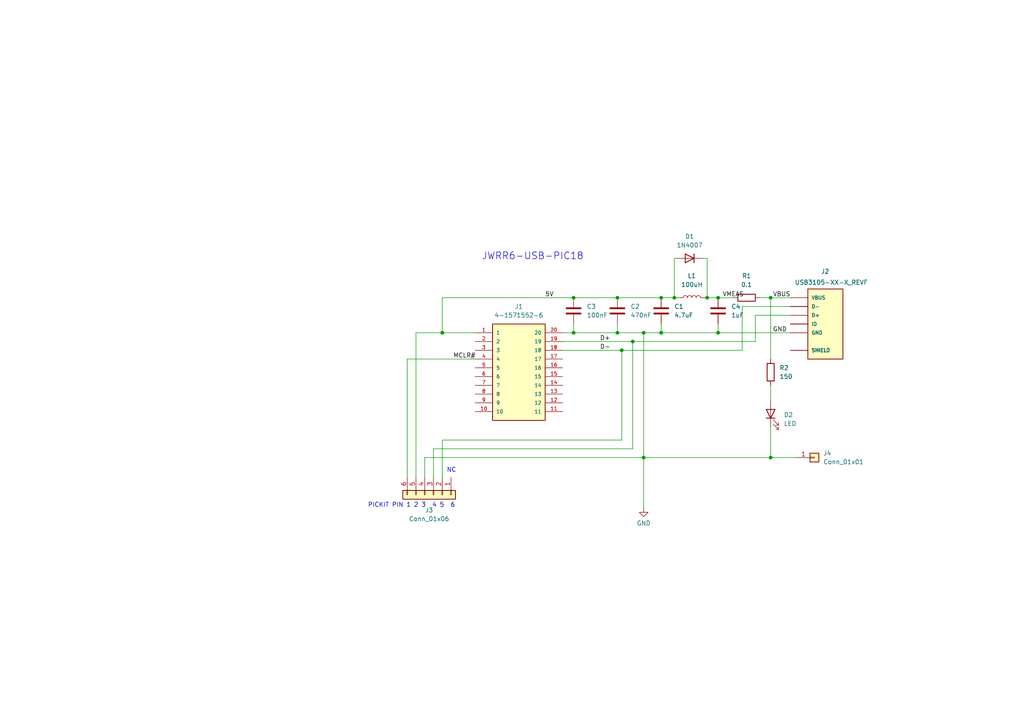
<source format=kicad_sch>
(kicad_sch (version 20211123) (generator eeschema)
  (paper "A4")
  (title_block (rev "-"))
  (lib_symbols
    (symbol "Connector_Generic:Conn_01x01" (pin_names (offset 1.016) hide)
      (property "Reference" "J" (at 0 2.54 0))
      (property "Value" "Conn_01x01" (at 0 -2.54 0))
      (symbol "Conn_01x01_1_1"
        (rectangle (start -1.27 0.127) (end 0 -0.127) (stroke (width 0.1524)))
        (rectangle (start -1.27 1.27) (end 1.27 -1.27) (stroke (width 0.254)) (fill (type background)))
        (pin passive line (at -5.08 0 0) (length 3.81) (name "Pin_1") (number "1"))
      )
    )
    (symbol "Connector_Generic:Conn_01x06" (pin_names (offset 1.016) hide)
      (property "Reference" "J" (at 0 7.62 0))
      (property "Value" "Conn_01x06" (at 0 -10.16 0))
      (symbol "Conn_01x06_1_1"
        (rectangle (start -1.27 -7.493) (end 0 -7.747) (stroke (width 0.1524)))
        (rectangle (start -1.27 -4.953) (end 0 -5.207) (stroke (width 0.1524)))
        (rectangle (start -1.27 -2.413) (end 0 -2.667) (stroke (width 0.1524)))
        (rectangle (start -1.27 0.127) (end 0 -0.127) (stroke (width 0.1524)))
        (rectangle (start -1.27 2.667) (end 0 2.413) (stroke (width 0.1524)))
        (rectangle (start -1.27 5.207) (end 0 4.953) (stroke (width 0.1524)))
        (rectangle (start -1.27 6.35) (end 1.27 -8.89) (stroke (width 0.254)) (fill (type background)))
        (pin passive line (at -5.08 5.08 0) (length 3.81) (name "Pin_1") (number "1") (alternate "" input line) (alternate "" input line))
        (pin passive line (at -5.08 2.54 0) (length 3.81) (name "Pin_2") (number "2") (alternate "" input line) (alternate "" input line))
        (pin passive line (at -5.08 0 0) (length 3.81) (name "Pin_3") (number "3") (alternate "" input line) (alternate "" input line))
        (pin passive line (at -5.08 -2.54 0) (length 3.81) (name "Pin_4") (number "4") (alternate "" input line) (alternate "" input line))
        (pin passive line (at -5.08 -5.08 0) (length 3.81) (name "Pin_5") (number "5") (alternate "" input line) (alternate "" input line))
        (pin passive line (at -5.08 -7.62 0) (length 3.81) (name "Pin_6") (number "6") (alternate "" input line) (alternate "" input line))
      )
    )
    (symbol "Device:C" (pin_numbers hide) (pin_names (offset 0.254))
      (property "Reference" "C" (at 0.635 2.54 0))
      (property "Value" "C" (at 0.635 -2.54 0))
      (symbol "C_0_1"
        (polyline (pts (xy -2.032 -0.762) (xy 2.032 -0.762)) (stroke (width 0.508)))
        (polyline (pts (xy -2.032 0.762) (xy 2.032 0.762)) (stroke (width 0.508)))
      )
      (symbol "C_1_1"
        (pin passive line (at 0 3.81 270) (length 2.794) (name "~") (number "1"))
        (pin passive line (at 0 -3.81 90) (length 2.794) (name "~") (number "2"))
      )
    )
    (symbol "Device:L" (pin_numbers hide) (pin_names (offset 1.016) hide)
      (property "Reference" "L" (at -1.27 0 90))
      (property "Value" "L" (at 1.905 0 90))
      (symbol "L_0_1"
        (arc (start 0 -2.54) (mid 0.635 -1.905) (end 0 -1.27))
        (arc (start 0 -1.27) (mid 0.635 -0.635) (end 0 0))
        (arc (start 0 0) (mid 0.635 0.635) (end 0 1.27))
        (arc (start 0 1.27) (mid 0.635 1.905) (end 0 2.54))
      )
      (symbol "L_1_1"
        (pin passive line (at 0 3.81 270) (length 1.27) (name "1") (number "1"))
        (pin passive line (at 0 -3.81 90) (length 1.27) (name "2") (number "2"))
      )
    )
    (symbol "Device:LED" (pin_numbers hide) (pin_names (offset 1.016) hide)
      (property "Reference" "D" (at 0 2.54 0))
      (property "Value" "LED" (at 0 -2.54 0))
      (symbol "LED_0_1"
        (polyline (pts (xy -1.27 -1.27) (xy -1.27 1.27)) (stroke (width 0.254)))
        (polyline (pts (xy -1.27 0) (xy 1.27 0)))
        (polyline (pts (xy 1.27 -1.27) (xy 1.27 1.27) (xy -1.27 0) (xy 1.27 -1.27)) (stroke (width 0.254)))
        (polyline (pts (xy -3.048 -0.762) (xy -4.572 -2.286) (xy -3.81 -2.286) (xy -4.572 -2.286) (xy -4.572 -1.524)))
        (polyline (pts (xy -1.778 -0.762) (xy -3.302 -2.286) (xy -2.54 -2.286) (xy -3.302 -2.286) (xy -3.302 -1.524)))
      )
      (symbol "LED_1_1"
        (pin passive line (at -3.81 0 0) (length 2.54) (name "K") (number "1"))
        (pin passive line (at 3.81 0 180) (length 2.54) (name "A") (number "2"))
      )
    )
    (symbol "Device:R" (pin_numbers hide) (pin_names (offset 0))
      (property "Reference" "R" (at 2.032 0 90))
      (property "Value" "R" (at 0 0 90))
      (symbol "R_0_1"
        (rectangle (start -1.016 -2.54) (end 1.016 2.54) (stroke (width 0.254)))
      )
      (symbol "R_1_1"
        (pin passive line (at 0 3.81 270) (length 1.27) (name "~") (number "1"))
        (pin passive line (at 0 -3.81 90) (length 1.27) (name "~") (number "2"))
      )
    )
    (symbol "Diode:1N4007" (pin_numbers hide) (pin_names (offset 1.016) hide)
      (property "Reference" "D" (at 0 2.54 0))
      (property "Value" "1N4007" (at 0 -2.54 0))
      (symbol "1N4007_0_1"
        (polyline (pts (xy -1.27 1.27) (xy -1.27 -1.27)) (stroke (width 0.254)))
        (polyline (pts (xy 1.27 0) (xy -1.27 0)))
        (polyline (pts (xy 1.27 1.27) (xy 1.27 -1.27) (xy -1.27 0) (xy 1.27 1.27)) (stroke (width 0.254)))
      )
      (symbol "1N4007_1_1"
        (pin passive line (at -3.81 0 0) (length 2.54) (name "K") (number "1"))
        (pin passive line (at 3.81 0 180) (length 2.54) (name "A") (number "2"))
      )
    )
    (symbol "aaaa:4-1571552-6" (pin_names (offset 1.016))
      (property "Reference" "J" (at -7.62 13.97 0))
      (property "Value" "4-1571552-6" (at -7.62 -16.51 0))
      (symbol "4-1571552-6_0_0"
        (rectangle (start -7.62 -15.24) (end 7.62 12.7) (stroke (width 0.254)) (fill (type background)))
        (pin passive line (at -12.7 10.16 0) (length 5.08) (name "1") (number "1"))
        (pin passive line (at -12.7 -12.7 0) (length 5.08) (name "10") (number "10"))
        (pin passive line (at 12.7 -12.7 180) (length 5.08) (name "11") (number "11"))
        (pin passive line (at 12.7 -10.16 180) (length 5.08) (name "12") (number "12"))
        (pin passive line (at 12.7 -7.62 180) (length 5.08) (name "13") (number "13"))
        (pin passive line (at 12.7 -5.08 180) (length 5.08) (name "14") (number "14"))
        (pin passive line (at 12.7 -2.54 180) (length 5.08) (name "15") (number "15"))
        (pin passive line (at 12.7 0 180) (length 5.08) (name "16") (number "16"))
        (pin passive line (at 12.7 2.54 180) (length 5.08) (name "17") (number "17"))
        (pin passive line (at 12.7 5.08 180) (length 5.08) (name "18") (number "18"))
        (pin passive line (at 12.7 7.62 180) (length 5.08) (name "19") (number "19"))
        (pin passive line (at -12.7 7.62 0) (length 5.08) (name "2") (number "2"))
        (pin passive line (at 12.7 10.16 180) (length 5.08) (name "20") (number "20"))
        (pin passive line (at -12.7 5.08 0) (length 5.08) (name "3") (number "3"))
        (pin passive line (at -12.7 2.54 0) (length 5.08) (name "4") (number "4"))
        (pin passive line (at -12.7 0 0) (length 5.08) (name "5") (number "5"))
        (pin passive line (at -12.7 -2.54 0) (length 5.08) (name "6") (number "6"))
        (pin passive line (at -12.7 -5.08 0) (length 5.08) (name "7") (number "7"))
        (pin passive line (at -12.7 -7.62 0) (length 5.08) (name "8") (number "8"))
        (pin passive line (at -12.7 -10.16 0) (length 5.08) (name "9") (number "9"))
      )
    )
    (symbol "aaaa:USB3105-XX-X_REVF" (pin_numbers hide) (pin_names (offset 1.016))
      (property "Reference" "J" (at -5.08 10.16 0))
      (property "Value" "USB3105-XX-X_REVF" (at -5.08 -12.7254 0))
      (symbol "USB3105-XX-X_REVF_0_0"
        (rectangle (start -5.08 -10.16) (end 5.08 10.16) (stroke (width 0.254)) (fill (type background)))
        (pin power_in line (at -10.16 7.62 0) (length 5.08) (name "VBUS") (number "1"))
        (pin bidirectional line (at -10.16 5.08 0) (length 5.08) (name "D-") (number "2"))
        (pin bidirectional line (at -10.16 2.54 0) (length 5.08) (name "D+") (number "3"))
        (pin passive line (at -10.16 0 0) (length 5.08) (name "ID") (number "4"))
        (pin power_in line (at -10.16 -2.54 0) (length 5.08) (name "GND") (number "5"))
        (pin passive line (at -10.16 -7.62 0) (length 5.08) (name "SHIELD") (number "6"))
        (pin passive line (at -10.16 -7.62 0) (length 5.08) (name "SHIELD") (number "7"))
      )
    )
    (symbol "power:GND" (power) (pin_names (offset 0))
      (property "Value" "GND" (at 0 -3.81 0))
      (symbol "GND_0_1"
        (polyline (pts (xy 0 0) (xy 0 -1.27) (xy 1.27 -1.27) (xy 0 -2.54) (xy -1.27 -1.27) (xy 0 -1.27)))
      )
      (symbol "GND_1_1"
        (pin power_in line (at 0 0 270) (length 0) hide (name "GND") (number "1"))
      )
    )
  )
  (junction (at 205.105 86.36))
  (junction (at 191.77 96.52))
  (junction (at 166.37 96.52))
  (junction (at 223.52 132.715))
  (junction (at 195.58 86.36))
  (junction (at 128.27 96.52))
  (junction (at 186.69 96.52))
  (junction (at 208.28 86.36))
  (junction (at 179.07 86.36))
  (junction (at 191.77 86.36))
  (junction (at 208.28 96.52))
  (junction (at 186.69 132.715))
  (junction (at 179.07 96.52))
  (junction (at 183.515 99.06))
  (junction (at 166.37 86.36))
  (junction (at 180.34 101.6))
  (junction (at 223.52 86.36))
  (wire (pts (xy 208.28 93.98) (xy 208.28 96.52)))
  (wire (pts (xy 223.52 123.825) (xy 223.52 132.715)))
  (wire (pts (xy 195.58 86.36) (xy 196.85 86.36)))
  (wire (pts (xy 223.52 132.715) (xy 231.14 132.715)))
  (wire (pts (xy 191.77 93.98) (xy 191.77 96.52)))
  (wire (pts (xy 166.37 86.36) (xy 128.27 86.36)))
  (wire (pts (xy 229.235 88.9) (xy 215.265 88.9)))
  (wire (pts (xy 204.47 86.36) (xy 205.105 86.36)))
  (wire (pts (xy 203.835 74.93) (xy 205.105 74.93)))
  (wire (pts (xy 219.075 91.44) (xy 219.075 99.06)))
  (wire (pts (xy 128.27 86.36) (xy 128.27 96.52)))
  (wire (pts (xy 166.37 86.36) (xy 179.07 86.36)))
  (wire (pts (xy 215.265 101.6) (xy 180.34 101.6)))
  (wire (pts (xy 183.515 130.175) (xy 183.515 99.06)))
  (wire (pts (xy 208.28 96.52) (xy 229.235 96.52)))
  (wire (pts (xy 179.07 93.98) (xy 179.07 96.52)))
  (wire (pts (xy 123.19 132.715) (xy 123.19 138.43)))
  (wire (pts (xy 229.235 91.44) (xy 219.075 91.44)))
  (wire (pts (xy 220.345 86.36) (xy 223.52 86.36)))
  (wire (pts (xy 186.69 96.52) (xy 191.77 96.52)))
  (wire (pts (xy 186.69 96.52) (xy 186.69 132.715)))
  (wire (pts (xy 118.11 104.14) (xy 137.795 104.14)))
  (wire (pts (xy 125.73 138.43) (xy 125.73 130.175)))
  (wire (pts (xy 179.07 96.52) (xy 186.69 96.52)))
  (wire (pts (xy 128.27 138.43) (xy 128.27 127.635)))
  (wire (pts (xy 219.075 99.06) (xy 183.515 99.06)))
  (wire (pts (xy 208.28 86.36) (xy 212.725 86.36)))
  (wire (pts (xy 215.265 88.9) (xy 215.265 101.6)))
  (wire (pts (xy 118.11 138.43) (xy 118.11 104.14)))
  (wire (pts (xy 186.69 132.715) (xy 186.69 147.32)))
  (wire (pts (xy 166.37 96.52) (xy 179.07 96.52)))
  (wire (pts (xy 223.52 86.36) (xy 229.235 86.36)))
  (wire (pts (xy 166.37 93.98) (xy 166.37 96.52)))
  (wire (pts (xy 191.77 86.36) (xy 195.58 86.36)))
  (wire (pts (xy 163.195 101.6) (xy 180.34 101.6)))
  (wire (pts (xy 223.52 86.36) (xy 223.52 104.14)))
  (wire (pts (xy 223.52 111.76) (xy 223.52 116.205)))
  (wire (pts (xy 128.27 127.635) (xy 180.34 127.635)))
  (wire (pts (xy 195.58 74.93) (xy 195.58 86.36)))
  (wire (pts (xy 163.195 96.52) (xy 166.37 96.52)))
  (wire (pts (xy 205.105 74.93) (xy 205.105 86.36)))
  (wire (pts (xy 128.27 96.52) (xy 137.795 96.52)))
  (wire (pts (xy 123.19 132.715) (xy 186.69 132.715)))
  (wire (pts (xy 195.58 74.93) (xy 196.215 74.93)))
  (wire (pts (xy 205.105 86.36) (xy 208.28 86.36)))
  (wire (pts (xy 179.07 86.36) (xy 191.77 86.36)))
  (wire (pts (xy 180.34 127.635) (xy 180.34 101.6)))
  (wire (pts (xy 120.65 138.43) (xy 120.65 96.52)))
  (wire (pts (xy 163.195 99.06) (xy 183.515 99.06)))
  (wire (pts (xy 191.77 96.52) (xy 208.28 96.52)))
  (wire (pts (xy 223.52 132.715) (xy 186.69 132.715)))
  (wire (pts (xy 120.65 96.52) (xy 128.27 96.52)))
  (wire (pts (xy 125.73 130.175) (xy 183.515 130.175)))
  (text "NC" (at 129.54 137.16 0) (effects (font (size 1.27 1.27)) (justify left bottom)))
  (text "PICKIT PIN 1 2 3  4 5  6" (at 106.68 147.32 0) (effects (font (size 1.27 1.27)) (justify left bottom)))
  (text "JWRR6-USB-PIC18" (at 139.7 75.565 0) (effects (font (size 2 2)) (justify left bottom)))
  (label "GND" (at 224.155 96.52 0))
  (label "VBUS" (at 224.155 86.36 0))
  (label "MCLR#" (at 131.445 104.14 0))
  (label "VMEAS" (at 209.55 86.36 0))
  (label "D+" (at 173.99 99.06 0))
  (label "5V" (at 158.115 86.36 0))
  (label "D-" (at 173.99 101.6 0))
  (symbol (lib_id "Device:LED") (at 223.52 120.015 90) (unit 1)
    (property "Reference" "D2" (at 227.33 120.3324 90) (effects (justify right)))
    (property "Value" "LED" (at 227.33 122.8724 90) (effects (justify right)))
    (property "Footprint" "LED_THT:LED_D3.0mm" (effects hide))
  )
  (symbol (lib_id "Device:C") (at 208.28 90.17 0) (unit 1)
    (property "Reference" "C4" (at 212.09 88.8999 0) (effects (justify left)))
    (property "Value" "1uF" (at 212.09 91.4399 0) (effects (justify left)))
    (property "Footprint" "Capacitor_THT:C_Disc_D5.1mm_W3.2mm_P5.00mm" (effects hide))
  )
  (symbol (lib_id "Device:L") (at 200.66 86.36 90) (unit 1)
    (property "Reference" "L1" (at 200.66 80.01 90))
    (property "Value" "100uH" (at 200.66 82.55 90))
    (property "Footprint" "Inductor_THT:L_Radial_D7.2mm_P3.00mm_Murata_1700" (effects hide))
  )
  (symbol (lib_id "Device:C") (at 191.77 90.17 0) (unit 1)
    (property "Reference" "C1" (at 195.58 88.8999 0) (effects (justify left)))
    (property "Value" "4.7uF" (at 195.58 91.4399 0) (effects (justify left)))
    (property "Footprint" "Capacitor_THT:C_Disc_D5.1mm_W3.2mm_P5.00mm" (effects hide))
  )
  (symbol (lib_id "Connector_Generic:Conn_01x06") (at 125.73 143.51 270) (unit 1)
    (property "Reference" "J3" (at 124.46 147.955 90))
    (property "Value" "Conn_01x06" (at 124.46 150.495 90))
    (property "Footprint" "Connector_PinHeader_2.54mm:PinHeader_1x06_P2.54mm_Horizontal" (effects hide))
    (pin "1" (alternate "6"))
    (pin "2" (alternate "5"))
    (pin "3" (alternate "4"))
    (pin "4" (alternate "3"))
    (pin "5" (alternate "2"))
    (pin "6" (alternate "1"))
  )
  (symbol (lib_id "Device:R") (at 223.52 107.95 180) (unit 1)
    (property "Reference" "R2" (at 226.06 106.6799 0) (effects (justify right)))
    (property "Value" "150" (at 226.06 109.2199 0) (effects (justify right)))
    (property "Footprint" "Resistor_THT:R_Axial_DIN0309_L9.0mm_D3.2mm_P12.70mm_Horizontal" (effects hide))
  )
  (symbol (lib_id "Diode:1N4007") (at 200.025 74.93 180) (unit 1)
    (property "Reference" "D1" (at 200.025 68.58 0))
    (property "Value" "1N4007" (at 200.025 71.12 0))
    (property "Footprint" "Diode_THT:D_DO-41_SOD81_P10.16mm_Horizontal" (effects hide))
    (property "Datasheet" "http://www.vishay.com/docs/88503/1n4001.pdf" (effects hide))
  )
  (symbol (lib_id "Connector_Generic:Conn_01x01") (at 236.22 132.715 0) (unit 1)
    (property "Reference" "J4" (at 238.76 131.4449 0) (effects (justify left)))
    (property "Value" "Conn_01x01" (at 238.76 133.9849 0) (effects (justify left)))
    (property "Footprint" "Connector_PinSocket_2.54mm:PinSocket_1x01_P2.54mm_Vertical" (effects hide))
  )
  (symbol (lib_id "aaaa:4-1571552-6") (at 150.495 106.68 0) (unit 1)
    (property "Reference" "J1" (at 150.495 88.9 0))
    (property "Value" "4-1571552-6" (at 150.495 91.44 0))
    (property "Footprint" "TE_4-1571552-6" (effects hide))
    (property "Comment" "4-1571552-6" (effects hide))
  )
  (symbol (lib_id "Device:R") (at 216.535 86.36 90) (unit 1)
    (property "Reference" "R1" (at 216.535 80.01 90))
    (property "Value" "0.1" (at 216.535 82.55 90))
    (property "Footprint" "Resistor_THT:R_Axial_DIN0309_L9.0mm_D3.2mm_P12.70mm_Horizontal" (effects hide))
  )
  (symbol (lib_id "Device:C") (at 166.37 90.17 0) (unit 1)
    (property "Reference" "C3" (at 170.18 88.8999 0) (effects (justify left)))
    (property "Value" "100nF" (at 170.18 91.4399 0) (effects (justify left)))
    (property "Footprint" "Capacitor_THT:C_Disc_D5.1mm_W3.2mm_P5.00mm" (effects hide))
  )
  (symbol (lib_id "Device:C") (at 179.07 90.17 0) (unit 1)
    (property "Reference" "C2" (at 182.88 88.8999 0) (effects (justify left)))
    (property "Value" "470nF" (at 182.88 91.4399 0) (effects (justify left)))
    (property "Footprint" "Capacitor_THT:C_Disc_D5.1mm_W3.2mm_P5.00mm" (effects hide))
  )
  (symbol (lib_id "power:GND") (at 186.69 147.32 0) (unit 1)
    (property "Reference" "#PWR01" (effects hide))
    (property "Value" "GND" (at 186.69 151.765 0))
  )
  (symbol (lib_id "aaaa:USB3105-XX-X_REVF") (at 239.395 93.98 0) (unit 1)
    (property "Reference" "J2" (at 238.125 78.74 0) (effects (justify left)))
    (property "Value" "USB3105-XX-X_REVF" (at 230.505 81.915 0) (effects (justify left)))
    (property "Footprint" "GCT_USB3105-XX-X_REVF" (effects hide))
    (property "MANUFACTURER" "GCT" (effects hide))
  )
)
</source>
